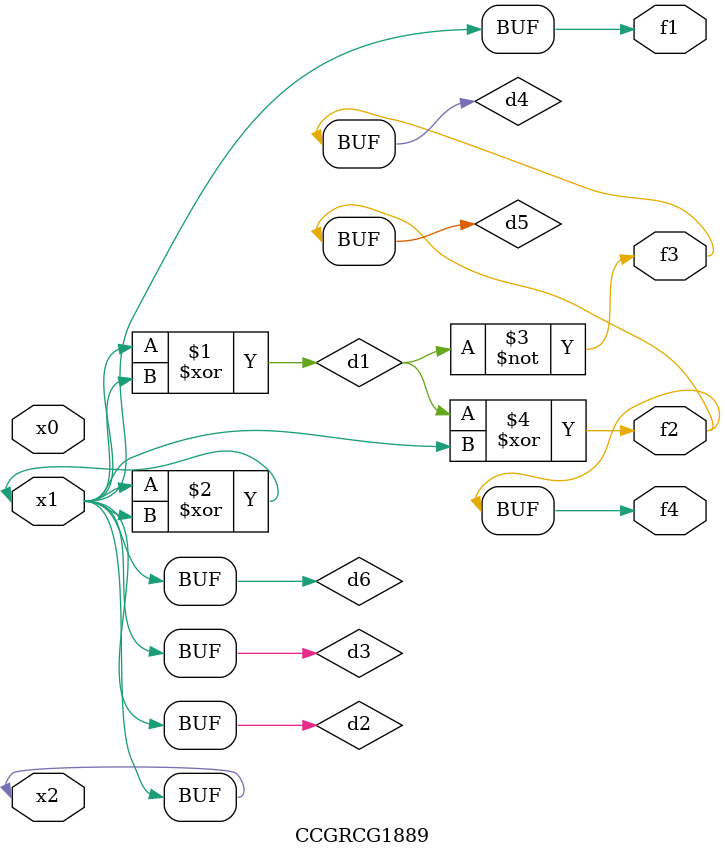
<source format=v>
module CCGRCG1889(
	input x0, x1, x2,
	output f1, f2, f3, f4
);

	wire d1, d2, d3, d4, d5, d6;

	xor (d1, x1, x2);
	buf (d2, x1, x2);
	xor (d3, x1, x2);
	nor (d4, d1);
	xor (d5, d1, d2);
	buf (d6, d2, d3);
	assign f1 = d6;
	assign f2 = d5;
	assign f3 = d4;
	assign f4 = d5;
endmodule

</source>
